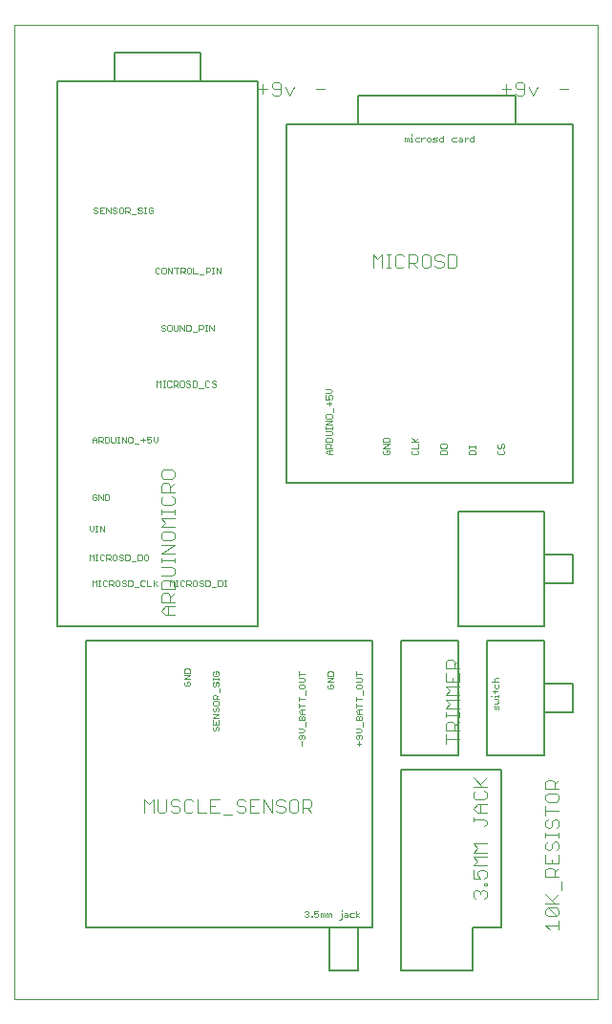
<source format=gto>
G75*
G70*
%OFA0B0*%
%FSLAX24Y24*%
%IPPOS*%
%LPD*%
%AMOC8*
5,1,8,0,0,1.08239X$1,22.5*
%
%ADD10C,0.0000*%
%ADD11C,0.0050*%
%ADD12C,0.0040*%
%ADD13C,0.0020*%
D10*
X000100Y000100D02*
X000100Y034096D01*
X020470Y034096D01*
X020470Y000100D01*
X000100Y000100D01*
D11*
X002600Y002600D02*
X002600Y012600D01*
X012600Y012600D01*
X012600Y002600D01*
X012100Y002600D01*
X012100Y001100D01*
X011100Y001100D01*
X011100Y002600D01*
X002600Y002600D01*
X001575Y013125D02*
X008600Y013125D01*
X008600Y032100D01*
X006600Y032100D01*
X006600Y033100D01*
X003600Y033100D01*
X003600Y032100D01*
X001575Y032100D01*
X001575Y013575D01*
X001575Y013550D02*
X001575Y013125D01*
X009600Y018100D02*
X009600Y030600D01*
X012100Y030600D01*
X012100Y031600D01*
X017600Y031600D01*
X017600Y030600D01*
X019600Y030600D01*
X019600Y018100D01*
X009600Y018100D01*
X013600Y012600D02*
X013600Y008600D01*
X015600Y008600D01*
X015600Y012600D01*
X013600Y012600D01*
X015600Y013100D02*
X015600Y017100D01*
X018600Y017100D01*
X018600Y015600D01*
X019600Y015600D01*
X019600Y014600D01*
X018600Y014600D01*
X018600Y015100D01*
X018600Y015600D01*
X018600Y014600D02*
X018600Y013100D01*
X015600Y013100D01*
X016600Y012600D02*
X018600Y012600D01*
X018600Y011100D01*
X019600Y011100D01*
X019600Y010100D01*
X018600Y010100D01*
X018600Y008600D01*
X016600Y008600D01*
X016600Y012600D01*
X018600Y011100D02*
X018600Y010100D01*
X017100Y008100D02*
X013600Y008100D01*
X013600Y002600D01*
X013600Y001100D01*
X016100Y001100D01*
X016100Y002600D01*
X017100Y002600D01*
X017100Y008100D01*
X012100Y002600D02*
X011100Y002600D01*
X012100Y030600D02*
X017600Y030600D01*
X006600Y032100D02*
X003600Y032100D01*
D12*
X008620Y031850D02*
X008927Y031850D01*
X009080Y031927D02*
X009157Y031850D01*
X009387Y031850D01*
X009387Y031697D02*
X009387Y032004D01*
X009311Y032080D01*
X009157Y032080D01*
X009080Y032004D01*
X009080Y031927D01*
X009080Y031697D02*
X009157Y031620D01*
X009311Y031620D01*
X009387Y031697D01*
X009541Y031927D02*
X009694Y031620D01*
X009848Y031927D01*
X010620Y031850D02*
X010927Y031850D01*
X008773Y032004D02*
X008773Y031697D01*
X012620Y026080D02*
X012620Y025620D01*
X012927Y025620D02*
X012927Y026080D01*
X012773Y025927D01*
X012620Y026080D01*
X013080Y026080D02*
X013234Y026080D01*
X013157Y026080D02*
X013157Y025620D01*
X013080Y025620D02*
X013234Y025620D01*
X013387Y025697D02*
X013464Y025620D01*
X013618Y025620D01*
X013694Y025697D01*
X013848Y025773D02*
X014078Y025773D01*
X014155Y025850D01*
X014155Y026004D01*
X014078Y026080D01*
X013848Y026080D01*
X013848Y025620D01*
X014001Y025773D02*
X014155Y025620D01*
X014308Y025697D02*
X014385Y025620D01*
X014538Y025620D01*
X014615Y025697D01*
X014615Y026004D01*
X014538Y026080D01*
X014385Y026080D01*
X014308Y026004D01*
X014308Y025697D01*
X014768Y025697D02*
X014845Y025620D01*
X014999Y025620D01*
X015075Y025697D01*
X015075Y025773D01*
X014999Y025850D01*
X014845Y025850D01*
X014768Y025927D01*
X014768Y026004D01*
X014845Y026080D01*
X014999Y026080D01*
X015075Y026004D01*
X015229Y026080D02*
X015459Y026080D01*
X015536Y026004D01*
X015536Y025697D01*
X015459Y025620D01*
X015229Y025620D01*
X015229Y026080D01*
X013694Y026004D02*
X013618Y026080D01*
X013464Y026080D01*
X013387Y026004D01*
X013387Y025697D01*
X017273Y031697D02*
X017273Y032004D01*
X017120Y031850D02*
X017427Y031850D01*
X017580Y031927D02*
X017657Y031850D01*
X017887Y031850D01*
X017887Y031697D02*
X017887Y032004D01*
X017811Y032080D01*
X017657Y032080D01*
X017580Y032004D01*
X017580Y031927D01*
X017580Y031697D02*
X017657Y031620D01*
X017811Y031620D01*
X017887Y031697D01*
X018041Y031927D02*
X018194Y031620D01*
X018348Y031927D01*
X019120Y031850D02*
X019427Y031850D01*
X015610Y011946D02*
X015457Y011792D01*
X015457Y011869D02*
X015457Y011639D01*
X015610Y011639D02*
X015150Y011639D01*
X015150Y011869D01*
X015226Y011946D01*
X015380Y011946D01*
X015457Y011869D01*
X015610Y011485D02*
X015610Y011178D01*
X015150Y011178D01*
X015150Y011485D01*
X015380Y011332D02*
X015380Y011178D01*
X015150Y011025D02*
X015610Y011025D01*
X015610Y010718D02*
X015150Y010718D01*
X015303Y010872D01*
X015150Y011025D01*
X015150Y010565D02*
X015610Y010565D01*
X015610Y010258D02*
X015150Y010258D01*
X015303Y010411D01*
X015150Y010565D01*
X015150Y010104D02*
X015150Y009951D01*
X015150Y010028D02*
X015610Y010028D01*
X015610Y010104D02*
X015610Y009951D01*
X015610Y009797D02*
X015457Y009644D01*
X015457Y009721D02*
X015457Y009490D01*
X015610Y009490D02*
X015150Y009490D01*
X015150Y009721D01*
X015226Y009797D01*
X015380Y009797D01*
X015457Y009721D01*
X015150Y009337D02*
X015150Y009030D01*
X015150Y009183D02*
X015610Y009183D01*
X016120Y007840D02*
X016427Y007533D01*
X016350Y007610D02*
X016580Y007840D01*
X016580Y007533D02*
X016120Y007533D01*
X016196Y007380D02*
X016120Y007303D01*
X016120Y007150D01*
X016196Y007073D01*
X016503Y007073D01*
X016580Y007150D01*
X016580Y007303D01*
X016503Y007380D01*
X016580Y006919D02*
X016273Y006919D01*
X016120Y006766D01*
X016273Y006613D01*
X016580Y006613D01*
X016350Y006613D02*
X016350Y006919D01*
X016120Y006459D02*
X016120Y006306D01*
X016120Y006382D02*
X016503Y006382D01*
X016580Y006306D01*
X016580Y006229D01*
X016503Y006152D01*
X016580Y005538D02*
X016120Y005538D01*
X016273Y005385D01*
X016120Y005231D01*
X016580Y005231D01*
X016580Y005078D02*
X016120Y005078D01*
X016273Y004924D01*
X016120Y004771D01*
X016580Y004771D01*
X016503Y004618D02*
X016580Y004541D01*
X016580Y004387D01*
X016503Y004311D01*
X016350Y004311D02*
X016273Y004464D01*
X016273Y004541D01*
X016350Y004618D01*
X016503Y004618D01*
X016350Y004311D02*
X016120Y004311D01*
X016120Y004618D01*
X016503Y004157D02*
X016503Y004080D01*
X016580Y004080D01*
X016580Y004157D01*
X016503Y004157D01*
X016503Y003927D02*
X016427Y003927D01*
X016350Y003850D01*
X016350Y003773D01*
X016350Y003850D02*
X016273Y003927D01*
X016196Y003927D01*
X016120Y003850D01*
X016120Y003697D01*
X016196Y003620D01*
X016503Y003620D02*
X016580Y003697D01*
X016580Y003850D01*
X016503Y003927D01*
X018640Y003768D02*
X018947Y003461D01*
X018870Y003538D02*
X019100Y003768D01*
X019177Y003921D02*
X019177Y004228D01*
X019100Y004382D02*
X018640Y004382D01*
X018640Y004612D01*
X018716Y004688D01*
X018870Y004688D01*
X018947Y004612D01*
X018947Y004382D01*
X018947Y004535D02*
X019100Y004688D01*
X019100Y004842D02*
X019100Y005149D01*
X019023Y005302D02*
X019100Y005379D01*
X019100Y005533D01*
X019023Y005609D01*
X018947Y005609D01*
X018870Y005533D01*
X018870Y005379D01*
X018793Y005302D01*
X018716Y005302D01*
X018640Y005379D01*
X018640Y005533D01*
X018716Y005609D01*
X018640Y005763D02*
X018640Y005916D01*
X018640Y005839D02*
X019100Y005839D01*
X019100Y005763D02*
X019100Y005916D01*
X019023Y006070D02*
X019100Y006146D01*
X019100Y006300D01*
X019023Y006377D01*
X018947Y006377D01*
X018870Y006300D01*
X018870Y006146D01*
X018793Y006070D01*
X018716Y006070D01*
X018640Y006146D01*
X018640Y006300D01*
X018716Y006377D01*
X018640Y006530D02*
X018640Y006837D01*
X018640Y006684D02*
X019100Y006684D01*
X019023Y006990D02*
X019100Y007067D01*
X019100Y007221D01*
X019023Y007297D01*
X018716Y007297D01*
X018640Y007221D01*
X018640Y007067D01*
X018716Y006990D01*
X019023Y006990D01*
X018947Y007451D02*
X018947Y007681D01*
X018870Y007758D01*
X018716Y007758D01*
X018640Y007681D01*
X018640Y007451D01*
X019100Y007451D01*
X018947Y007604D02*
X019100Y007758D01*
X018640Y005149D02*
X018640Y004842D01*
X019100Y004842D01*
X018870Y004842D02*
X018870Y004995D01*
X018640Y003461D02*
X019100Y003461D01*
X019023Y003307D02*
X019100Y003231D01*
X019100Y003077D01*
X019023Y003000D01*
X018716Y003307D01*
X019023Y003307D01*
X019023Y003000D02*
X018716Y003000D01*
X018640Y003077D01*
X018640Y003231D01*
X018716Y003307D01*
X019100Y002847D02*
X019100Y002540D01*
X019100Y002693D02*
X018640Y002693D01*
X018793Y002540D01*
X010467Y006620D02*
X010313Y006773D01*
X010390Y006773D02*
X010160Y006773D01*
X010160Y006620D02*
X010160Y007080D01*
X010390Y007080D01*
X010467Y007004D01*
X010467Y006850D01*
X010390Y006773D01*
X010006Y006697D02*
X010006Y007004D01*
X009929Y007080D01*
X009776Y007080D01*
X009699Y007004D01*
X009699Y006697D01*
X009776Y006620D01*
X009929Y006620D01*
X010006Y006697D01*
X009546Y006697D02*
X009469Y006620D01*
X009316Y006620D01*
X009239Y006697D01*
X009316Y006850D02*
X009239Y006927D01*
X009239Y007004D01*
X009316Y007080D01*
X009469Y007080D01*
X009546Y007004D01*
X009469Y006850D02*
X009546Y006773D01*
X009546Y006697D01*
X009469Y006850D02*
X009316Y006850D01*
X009085Y006620D02*
X009085Y007080D01*
X008778Y007080D02*
X009085Y006620D01*
X008778Y006620D02*
X008778Y007080D01*
X008625Y007080D02*
X008318Y007080D01*
X008318Y006620D01*
X008625Y006620D01*
X008471Y006850D02*
X008318Y006850D01*
X008165Y006773D02*
X008165Y006697D01*
X008088Y006620D01*
X007934Y006620D01*
X007858Y006697D01*
X007934Y006850D02*
X008088Y006850D01*
X008165Y006773D01*
X008165Y007004D02*
X008088Y007080D01*
X007934Y007080D01*
X007858Y007004D01*
X007858Y006927D01*
X007934Y006850D01*
X007704Y006543D02*
X007397Y006543D01*
X007244Y006620D02*
X006937Y006620D01*
X006937Y007080D01*
X007244Y007080D01*
X007090Y006850D02*
X006937Y006850D01*
X006783Y006620D02*
X006476Y006620D01*
X006476Y007080D01*
X006323Y007004D02*
X006246Y007080D01*
X006093Y007080D01*
X006016Y007004D01*
X006016Y006697D01*
X006093Y006620D01*
X006246Y006620D01*
X006323Y006697D01*
X005863Y006697D02*
X005786Y006620D01*
X005632Y006620D01*
X005556Y006697D01*
X005402Y006697D02*
X005402Y007080D01*
X005556Y007004D02*
X005556Y006927D01*
X005632Y006850D01*
X005786Y006850D01*
X005863Y006773D01*
X005863Y006697D01*
X005863Y007004D02*
X005786Y007080D01*
X005632Y007080D01*
X005556Y007004D01*
X005402Y006697D02*
X005325Y006620D01*
X005172Y006620D01*
X005095Y006697D01*
X005095Y007080D01*
X004942Y007080D02*
X004942Y006620D01*
X004788Y006927D02*
X004942Y007080D01*
X004788Y006927D02*
X004635Y007080D01*
X004635Y006620D01*
X005373Y013502D02*
X005220Y013656D01*
X005373Y013809D01*
X005680Y013809D01*
X005680Y013963D02*
X005220Y013963D01*
X005220Y014193D01*
X005296Y014270D01*
X005450Y014270D01*
X005527Y014193D01*
X005527Y013963D01*
X005527Y014116D02*
X005680Y014270D01*
X005680Y014423D02*
X005680Y014653D01*
X005603Y014730D01*
X005296Y014730D01*
X005220Y014653D01*
X005220Y014423D01*
X005680Y014423D01*
X005603Y014883D02*
X005680Y014960D01*
X005680Y015114D01*
X005603Y015190D01*
X005220Y015190D01*
X005220Y015344D02*
X005220Y015497D01*
X005220Y015421D02*
X005680Y015421D01*
X005680Y015497D02*
X005680Y015344D01*
X005680Y015651D02*
X005220Y015651D01*
X005680Y015958D01*
X005220Y015958D01*
X005296Y016111D02*
X005603Y016111D01*
X005680Y016188D01*
X005680Y016341D01*
X005603Y016418D01*
X005296Y016418D01*
X005220Y016341D01*
X005220Y016188D01*
X005296Y016111D01*
X005220Y016571D02*
X005373Y016725D01*
X005220Y016878D01*
X005680Y016878D01*
X005680Y017032D02*
X005680Y017185D01*
X005680Y017109D02*
X005220Y017109D01*
X005220Y017185D02*
X005220Y017032D01*
X005296Y017339D02*
X005603Y017339D01*
X005680Y017416D01*
X005680Y017569D01*
X005603Y017646D01*
X005527Y017799D02*
X005527Y018029D01*
X005450Y018106D01*
X005296Y018106D01*
X005220Y018029D01*
X005220Y017799D01*
X005680Y017799D01*
X005527Y017953D02*
X005680Y018106D01*
X005603Y018260D02*
X005680Y018336D01*
X005680Y018490D01*
X005603Y018567D01*
X005296Y018567D01*
X005220Y018490D01*
X005220Y018336D01*
X005296Y018260D01*
X005603Y018260D01*
X005296Y017646D02*
X005220Y017569D01*
X005220Y017416D01*
X005296Y017339D01*
X005220Y016571D02*
X005680Y016571D01*
X005603Y014883D02*
X005220Y014883D01*
X005450Y013809D02*
X005450Y013502D01*
X005373Y013502D02*
X005680Y013502D01*
D13*
X005657Y014510D02*
X005657Y014730D01*
X005583Y014657D01*
X005510Y014730D01*
X005510Y014510D01*
X005731Y014510D02*
X005804Y014510D01*
X005768Y014510D02*
X005768Y014730D01*
X005804Y014730D02*
X005731Y014730D01*
X005878Y014693D02*
X005878Y014547D01*
X005915Y014510D01*
X005988Y014510D01*
X006025Y014547D01*
X006099Y014583D02*
X006209Y014583D01*
X006246Y014620D01*
X006246Y014693D01*
X006209Y014730D01*
X006099Y014730D01*
X006099Y014510D01*
X006173Y014583D02*
X006246Y014510D01*
X006320Y014547D02*
X006357Y014510D01*
X006430Y014510D01*
X006467Y014547D01*
X006467Y014693D01*
X006430Y014730D01*
X006357Y014730D01*
X006320Y014693D01*
X006320Y014547D01*
X006541Y014547D02*
X006578Y014510D01*
X006651Y014510D01*
X006688Y014547D01*
X006688Y014583D01*
X006651Y014620D01*
X006578Y014620D01*
X006541Y014657D01*
X006541Y014693D01*
X006578Y014730D01*
X006651Y014730D01*
X006688Y014693D01*
X006762Y014730D02*
X006762Y014510D01*
X006872Y014510D01*
X006909Y014547D01*
X006909Y014693D01*
X006872Y014730D01*
X006762Y014730D01*
X006983Y014473D02*
X007130Y014473D01*
X007204Y014510D02*
X007204Y014730D01*
X007314Y014730D01*
X007351Y014693D01*
X007351Y014547D01*
X007314Y014510D01*
X007204Y014510D01*
X007425Y014510D02*
X007499Y014510D01*
X007462Y014510D02*
X007462Y014730D01*
X007425Y014730D02*
X007499Y014730D01*
X006025Y014693D02*
X005988Y014730D01*
X005915Y014730D01*
X005878Y014693D01*
X005093Y014730D02*
X004946Y014583D01*
X004983Y014620D02*
X005093Y014510D01*
X004946Y014510D02*
X004946Y014730D01*
X004872Y014510D02*
X004725Y014510D01*
X004725Y014730D01*
X004651Y014693D02*
X004614Y014730D01*
X004541Y014730D01*
X004504Y014693D01*
X004504Y014547D01*
X004541Y014510D01*
X004614Y014510D01*
X004651Y014547D01*
X004430Y014473D02*
X004283Y014473D01*
X004209Y014547D02*
X004209Y014693D01*
X004172Y014730D01*
X004062Y014730D01*
X004062Y014510D01*
X004172Y014510D01*
X004209Y014547D01*
X003988Y014547D02*
X003951Y014510D01*
X003878Y014510D01*
X003841Y014547D01*
X003767Y014547D02*
X003767Y014693D01*
X003730Y014730D01*
X003657Y014730D01*
X003620Y014693D01*
X003620Y014547D01*
X003657Y014510D01*
X003730Y014510D01*
X003767Y014547D01*
X003841Y014657D02*
X003878Y014620D01*
X003951Y014620D01*
X003988Y014583D01*
X003988Y014547D01*
X003988Y014693D02*
X003951Y014730D01*
X003878Y014730D01*
X003841Y014693D01*
X003841Y014657D01*
X003546Y014693D02*
X003509Y014730D01*
X003399Y014730D01*
X003399Y014510D01*
X003399Y014583D02*
X003509Y014583D01*
X003546Y014620D01*
X003546Y014693D01*
X003473Y014583D02*
X003546Y014510D01*
X003325Y014547D02*
X003288Y014510D01*
X003215Y014510D01*
X003178Y014547D01*
X003178Y014693D01*
X003215Y014730D01*
X003288Y014730D01*
X003325Y014693D01*
X003104Y014730D02*
X003031Y014730D01*
X003068Y014730D02*
X003068Y014510D01*
X003104Y014510D02*
X003031Y014510D01*
X002957Y014510D02*
X002957Y014730D01*
X002883Y014657D01*
X002810Y014730D01*
X002810Y014510D01*
X002857Y015410D02*
X002857Y015630D01*
X002783Y015557D01*
X002710Y015630D01*
X002710Y015410D01*
X002931Y015410D02*
X003004Y015410D01*
X002968Y015410D02*
X002968Y015630D01*
X003004Y015630D02*
X002931Y015630D01*
X003078Y015593D02*
X003078Y015447D01*
X003115Y015410D01*
X003188Y015410D01*
X003225Y015447D01*
X003299Y015483D02*
X003409Y015483D01*
X003446Y015520D01*
X003446Y015593D01*
X003409Y015630D01*
X003299Y015630D01*
X003299Y015410D01*
X003373Y015483D02*
X003446Y015410D01*
X003520Y015447D02*
X003557Y015410D01*
X003630Y015410D01*
X003667Y015447D01*
X003667Y015593D01*
X003630Y015630D01*
X003557Y015630D01*
X003520Y015593D01*
X003520Y015447D01*
X003741Y015447D02*
X003778Y015410D01*
X003851Y015410D01*
X003888Y015447D01*
X003888Y015483D01*
X003851Y015520D01*
X003778Y015520D01*
X003741Y015557D01*
X003741Y015593D01*
X003778Y015630D01*
X003851Y015630D01*
X003888Y015593D01*
X003962Y015630D02*
X004072Y015630D01*
X004109Y015593D01*
X004109Y015447D01*
X004072Y015410D01*
X003962Y015410D01*
X003962Y015630D01*
X004183Y015373D02*
X004330Y015373D01*
X004404Y015410D02*
X004514Y015410D01*
X004551Y015447D01*
X004551Y015593D01*
X004514Y015630D01*
X004404Y015630D01*
X004404Y015410D01*
X004625Y015447D02*
X004662Y015410D01*
X004735Y015410D01*
X004772Y015447D01*
X004772Y015593D01*
X004735Y015630D01*
X004662Y015630D01*
X004625Y015593D01*
X004625Y015447D01*
X003362Y017510D02*
X003399Y017547D01*
X003399Y017693D01*
X003362Y017730D01*
X003252Y017730D01*
X003252Y017510D01*
X003362Y017510D01*
X003178Y017510D02*
X003178Y017730D01*
X003031Y017730D02*
X003178Y017510D01*
X003031Y017510D02*
X003031Y017730D01*
X002957Y017693D02*
X002920Y017730D01*
X002847Y017730D01*
X002810Y017693D01*
X002810Y017547D01*
X002847Y017510D01*
X002920Y017510D01*
X002957Y017547D01*
X002957Y017620D01*
X002883Y017620D01*
X002857Y016630D02*
X002857Y016483D01*
X002783Y016410D01*
X002710Y016483D01*
X002710Y016630D01*
X002931Y016630D02*
X003004Y016630D01*
X002968Y016630D02*
X002968Y016410D01*
X003004Y016410D02*
X002931Y016410D01*
X003078Y016410D02*
X003078Y016630D01*
X003225Y016410D01*
X003225Y016630D01*
X003188Y015630D02*
X003115Y015630D01*
X003078Y015593D01*
X003188Y015630D02*
X003225Y015593D01*
X004283Y019473D02*
X004430Y019473D01*
X004504Y019620D02*
X004651Y019620D01*
X004725Y019620D02*
X004799Y019657D01*
X004835Y019657D01*
X004872Y019620D01*
X004872Y019547D01*
X004835Y019510D01*
X004762Y019510D01*
X004725Y019547D01*
X004725Y019620D02*
X004725Y019730D01*
X004872Y019730D01*
X004946Y019730D02*
X004946Y019583D01*
X005020Y019510D01*
X005093Y019583D01*
X005093Y019730D01*
X004578Y019693D02*
X004578Y019547D01*
X004209Y019547D02*
X004209Y019693D01*
X004172Y019730D01*
X004099Y019730D01*
X004062Y019693D01*
X004062Y019547D01*
X004099Y019510D01*
X004172Y019510D01*
X004209Y019547D01*
X003988Y019510D02*
X003988Y019730D01*
X003841Y019730D02*
X003988Y019510D01*
X003841Y019510D02*
X003841Y019730D01*
X003767Y019730D02*
X003694Y019730D01*
X003731Y019730D02*
X003731Y019510D01*
X003767Y019510D02*
X003694Y019510D01*
X003620Y019547D02*
X003620Y019730D01*
X003473Y019730D02*
X003473Y019547D01*
X003510Y019510D01*
X003583Y019510D01*
X003620Y019547D01*
X003399Y019547D02*
X003399Y019693D01*
X003362Y019730D01*
X003252Y019730D01*
X003252Y019510D01*
X003362Y019510D01*
X003399Y019547D01*
X003178Y019510D02*
X003104Y019583D01*
X003141Y019583D02*
X003031Y019583D01*
X003031Y019510D02*
X003031Y019730D01*
X003141Y019730D01*
X003178Y019693D01*
X003178Y019620D01*
X003141Y019583D01*
X002957Y019620D02*
X002810Y019620D01*
X002810Y019657D02*
X002883Y019730D01*
X002957Y019657D01*
X002957Y019510D01*
X002810Y019510D02*
X002810Y019657D01*
X005060Y021460D02*
X005060Y021680D01*
X005133Y021607D01*
X005207Y021680D01*
X005207Y021460D01*
X005281Y021460D02*
X005354Y021460D01*
X005318Y021460D02*
X005318Y021680D01*
X005354Y021680D02*
X005281Y021680D01*
X005428Y021643D02*
X005428Y021497D01*
X005465Y021460D01*
X005538Y021460D01*
X005575Y021497D01*
X005649Y021533D02*
X005759Y021533D01*
X005796Y021570D01*
X005796Y021643D01*
X005759Y021680D01*
X005649Y021680D01*
X005649Y021460D01*
X005723Y021533D02*
X005796Y021460D01*
X005870Y021497D02*
X005907Y021460D01*
X005980Y021460D01*
X006017Y021497D01*
X006017Y021643D01*
X005980Y021680D01*
X005907Y021680D01*
X005870Y021643D01*
X005870Y021497D01*
X006091Y021497D02*
X006128Y021460D01*
X006201Y021460D01*
X006238Y021497D01*
X006238Y021533D01*
X006201Y021570D01*
X006128Y021570D01*
X006091Y021607D01*
X006091Y021643D01*
X006128Y021680D01*
X006201Y021680D01*
X006238Y021643D01*
X006312Y021680D02*
X006422Y021680D01*
X006459Y021643D01*
X006459Y021497D01*
X006422Y021460D01*
X006312Y021460D01*
X006312Y021680D01*
X006533Y021423D02*
X006680Y021423D01*
X006754Y021497D02*
X006791Y021460D01*
X006864Y021460D01*
X006901Y021497D01*
X006975Y021497D02*
X007012Y021460D01*
X007085Y021460D01*
X007122Y021497D01*
X007122Y021533D01*
X007085Y021570D01*
X007012Y021570D01*
X006975Y021607D01*
X006975Y021643D01*
X007012Y021680D01*
X007085Y021680D01*
X007122Y021643D01*
X006901Y021643D02*
X006864Y021680D01*
X006791Y021680D01*
X006754Y021643D01*
X006754Y021497D01*
X005575Y021643D02*
X005538Y021680D01*
X005465Y021680D01*
X005428Y021643D01*
X005468Y023410D02*
X005541Y023410D01*
X005578Y023447D01*
X005578Y023593D01*
X005541Y023630D01*
X005468Y023630D01*
X005431Y023593D01*
X005431Y023447D01*
X005468Y023410D01*
X005357Y023447D02*
X005320Y023410D01*
X005247Y023410D01*
X005210Y023447D01*
X005247Y023520D02*
X005320Y023520D01*
X005357Y023483D01*
X005357Y023447D01*
X005247Y023520D02*
X005210Y023557D01*
X005210Y023593D01*
X005247Y023630D01*
X005320Y023630D01*
X005357Y023593D01*
X005652Y023630D02*
X005652Y023447D01*
X005689Y023410D01*
X005762Y023410D01*
X005799Y023447D01*
X005799Y023630D01*
X005873Y023630D02*
X006020Y023410D01*
X006020Y023630D01*
X006094Y023630D02*
X006204Y023630D01*
X006241Y023593D01*
X006241Y023447D01*
X006204Y023410D01*
X006094Y023410D01*
X006094Y023630D01*
X005873Y023630D02*
X005873Y023410D01*
X006315Y023373D02*
X006462Y023373D01*
X006536Y023410D02*
X006536Y023630D01*
X006646Y023630D01*
X006683Y023593D01*
X006683Y023520D01*
X006646Y023483D01*
X006536Y023483D01*
X006757Y023410D02*
X006830Y023410D01*
X006794Y023410D02*
X006794Y023630D01*
X006830Y023630D02*
X006757Y023630D01*
X006904Y023630D02*
X006904Y023410D01*
X007051Y023410D02*
X006904Y023630D01*
X007051Y023630D02*
X007051Y023410D01*
X006704Y025373D02*
X006557Y025373D01*
X006483Y025410D02*
X006336Y025410D01*
X006336Y025630D01*
X006262Y025593D02*
X006225Y025630D01*
X006152Y025630D01*
X006115Y025593D01*
X006115Y025447D01*
X006152Y025410D01*
X006225Y025410D01*
X006262Y025447D01*
X006262Y025593D01*
X006041Y025593D02*
X006041Y025520D01*
X006004Y025483D01*
X005894Y025483D01*
X005894Y025410D02*
X005894Y025630D01*
X006004Y025630D01*
X006041Y025593D01*
X005967Y025483D02*
X006041Y025410D01*
X005820Y025630D02*
X005673Y025630D01*
X005746Y025630D02*
X005746Y025410D01*
X005599Y025410D02*
X005599Y025630D01*
X005452Y025630D02*
X005599Y025410D01*
X005452Y025410D02*
X005452Y025630D01*
X005378Y025593D02*
X005341Y025630D01*
X005268Y025630D01*
X005231Y025593D01*
X005231Y025447D01*
X005268Y025410D01*
X005341Y025410D01*
X005378Y025447D01*
X005378Y025593D01*
X005157Y025593D02*
X005120Y025630D01*
X005047Y025630D01*
X005010Y025593D01*
X005010Y025447D01*
X005047Y025410D01*
X005120Y025410D01*
X005157Y025447D01*
X004885Y027510D02*
X004922Y027547D01*
X004922Y027620D01*
X004849Y027620D01*
X004922Y027693D02*
X004885Y027730D01*
X004812Y027730D01*
X004775Y027693D01*
X004775Y027547D01*
X004812Y027510D01*
X004885Y027510D01*
X004701Y027510D02*
X004628Y027510D01*
X004665Y027510D02*
X004665Y027730D01*
X004701Y027730D02*
X004628Y027730D01*
X004554Y027693D02*
X004517Y027730D01*
X004444Y027730D01*
X004407Y027693D01*
X004407Y027657D01*
X004444Y027620D01*
X004517Y027620D01*
X004554Y027583D01*
X004554Y027547D01*
X004517Y027510D01*
X004444Y027510D01*
X004407Y027547D01*
X004333Y027473D02*
X004186Y027473D01*
X004112Y027510D02*
X004038Y027583D01*
X004075Y027583D02*
X003965Y027583D01*
X003965Y027510D02*
X003965Y027730D01*
X004075Y027730D01*
X004112Y027693D01*
X004112Y027620D01*
X004075Y027583D01*
X003891Y027547D02*
X003891Y027693D01*
X003854Y027730D01*
X003781Y027730D01*
X003744Y027693D01*
X003744Y027547D01*
X003781Y027510D01*
X003854Y027510D01*
X003891Y027547D01*
X003670Y027547D02*
X003633Y027510D01*
X003560Y027510D01*
X003523Y027547D01*
X003560Y027620D02*
X003633Y027620D01*
X003670Y027583D01*
X003670Y027547D01*
X003560Y027620D02*
X003523Y027657D01*
X003523Y027693D01*
X003560Y027730D01*
X003633Y027730D01*
X003670Y027693D01*
X003449Y027730D02*
X003449Y027510D01*
X003302Y027730D01*
X003302Y027510D01*
X003228Y027510D02*
X003081Y027510D01*
X003081Y027730D01*
X003228Y027730D01*
X003154Y027620D02*
X003081Y027620D01*
X003007Y027583D02*
X003007Y027547D01*
X002970Y027510D01*
X002897Y027510D01*
X002860Y027547D01*
X002897Y027620D02*
X002860Y027657D01*
X002860Y027693D01*
X002897Y027730D01*
X002970Y027730D01*
X003007Y027693D01*
X002970Y027620D02*
X003007Y027583D01*
X002970Y027620D02*
X002897Y027620D01*
X006778Y025630D02*
X006888Y025630D01*
X006925Y025593D01*
X006925Y025520D01*
X006888Y025483D01*
X006778Y025483D01*
X006778Y025410D02*
X006778Y025630D01*
X006999Y025630D02*
X007072Y025630D01*
X007036Y025630D02*
X007036Y025410D01*
X007072Y025410D02*
X006999Y025410D01*
X007146Y025410D02*
X007146Y025630D01*
X007293Y025410D01*
X007293Y025630D01*
X010970Y021393D02*
X011117Y021393D01*
X011190Y021320D01*
X011117Y021246D01*
X010970Y021246D01*
X010970Y021172D02*
X010970Y021025D01*
X011080Y021025D01*
X011043Y021099D01*
X011043Y021135D01*
X011080Y021172D01*
X011153Y021172D01*
X011190Y021135D01*
X011190Y021062D01*
X011153Y021025D01*
X011080Y020951D02*
X011080Y020804D01*
X011007Y020878D02*
X011153Y020878D01*
X011227Y020730D02*
X011227Y020583D01*
X011153Y020509D02*
X011007Y020509D01*
X010970Y020472D01*
X010970Y020399D01*
X011007Y020362D01*
X011153Y020362D01*
X011190Y020399D01*
X011190Y020472D01*
X011153Y020509D01*
X011190Y020288D02*
X010970Y020288D01*
X010970Y020141D02*
X011190Y020288D01*
X011190Y020141D02*
X010970Y020141D01*
X010970Y020067D02*
X010970Y019994D01*
X010970Y020031D02*
X011190Y020031D01*
X011190Y020067D02*
X011190Y019994D01*
X011153Y019920D02*
X010970Y019920D01*
X010970Y019773D02*
X011153Y019773D01*
X011190Y019810D01*
X011190Y019883D01*
X011153Y019920D01*
X011153Y019699D02*
X011007Y019699D01*
X010970Y019662D01*
X010970Y019552D01*
X011190Y019552D01*
X011190Y019662D01*
X011153Y019699D01*
X011190Y019478D02*
X011117Y019404D01*
X011117Y019441D02*
X011117Y019331D01*
X011190Y019331D02*
X010970Y019331D01*
X010970Y019441D01*
X011007Y019478D01*
X011080Y019478D01*
X011117Y019441D01*
X011080Y019257D02*
X011080Y019110D01*
X011043Y019110D02*
X010970Y019183D01*
X011043Y019257D01*
X011190Y019257D01*
X011190Y019110D02*
X011043Y019110D01*
X012970Y019147D02*
X013007Y019110D01*
X013153Y019110D01*
X013190Y019147D01*
X013190Y019220D01*
X013153Y019257D01*
X013080Y019257D01*
X013080Y019183D01*
X013007Y019257D02*
X012970Y019220D01*
X012970Y019147D01*
X012970Y019331D02*
X013190Y019478D01*
X012970Y019478D01*
X012970Y019552D02*
X012970Y019662D01*
X013007Y019699D01*
X013153Y019699D01*
X013190Y019662D01*
X013190Y019552D01*
X012970Y019552D01*
X012970Y019331D02*
X013190Y019331D01*
X013970Y019331D02*
X014190Y019331D01*
X014190Y019478D01*
X014190Y019552D02*
X013970Y019552D01*
X014080Y019589D02*
X014190Y019699D01*
X014117Y019552D02*
X013970Y019699D01*
X014007Y019257D02*
X013970Y019220D01*
X013970Y019147D01*
X014007Y019110D01*
X014153Y019110D01*
X014190Y019147D01*
X014190Y019220D01*
X014153Y019257D01*
X014970Y019220D02*
X014970Y019110D01*
X015190Y019110D01*
X015190Y019220D01*
X015153Y019257D01*
X015007Y019257D01*
X014970Y019220D01*
X015007Y019331D02*
X015153Y019331D01*
X015190Y019368D01*
X015190Y019441D01*
X015153Y019478D01*
X015007Y019478D01*
X014970Y019441D01*
X014970Y019368D01*
X015007Y019331D01*
X015970Y019331D02*
X015970Y019404D01*
X015970Y019368D02*
X016190Y019368D01*
X016190Y019404D02*
X016190Y019331D01*
X016153Y019257D02*
X016007Y019257D01*
X015970Y019220D01*
X015970Y019110D01*
X016190Y019110D01*
X016190Y019220D01*
X016153Y019257D01*
X016970Y019220D02*
X016970Y019147D01*
X017007Y019110D01*
X017153Y019110D01*
X017190Y019147D01*
X017190Y019220D01*
X017153Y019257D01*
X017153Y019331D02*
X017190Y019368D01*
X017190Y019441D01*
X017153Y019478D01*
X017117Y019478D01*
X017080Y019441D01*
X017080Y019368D01*
X017043Y019331D01*
X017007Y019331D01*
X016970Y019368D01*
X016970Y019441D01*
X017007Y019478D01*
X017007Y019257D02*
X016970Y019220D01*
X016880Y011314D02*
X016990Y011314D01*
X016880Y011314D02*
X016843Y011278D01*
X016843Y011204D01*
X016880Y011168D01*
X016843Y011093D02*
X016843Y010983D01*
X016880Y010947D01*
X016953Y010947D01*
X016990Y010983D01*
X016990Y011093D01*
X016990Y011168D02*
X016770Y011168D01*
X016843Y010873D02*
X016843Y010799D01*
X016807Y010836D02*
X016953Y010836D01*
X016990Y010873D01*
X016990Y010725D02*
X016990Y010652D01*
X016990Y010689D02*
X016843Y010689D01*
X016843Y010652D01*
X016843Y010578D02*
X016953Y010578D01*
X016990Y010541D01*
X016953Y010504D01*
X016990Y010468D01*
X016953Y010431D01*
X016843Y010431D01*
X016843Y010357D02*
X016843Y010247D01*
X016880Y010210D01*
X016917Y010247D01*
X016917Y010320D01*
X016953Y010357D01*
X016990Y010320D01*
X016990Y010210D01*
X016770Y010689D02*
X016733Y010689D01*
X012267Y010726D02*
X012267Y010873D01*
X012193Y010947D02*
X012047Y010947D01*
X012010Y010984D01*
X012010Y011057D01*
X012047Y011094D01*
X012193Y011094D01*
X012230Y011057D01*
X012230Y010984D01*
X012193Y010947D01*
X012193Y011168D02*
X012230Y011205D01*
X012230Y011278D01*
X012193Y011315D01*
X012010Y011315D01*
X012010Y011389D02*
X012010Y011536D01*
X012010Y011462D02*
X012230Y011462D01*
X012193Y011168D02*
X012010Y011168D01*
X012010Y010652D02*
X012010Y010505D01*
X012010Y010578D02*
X012230Y010578D01*
X012230Y010357D02*
X012010Y010357D01*
X012010Y010284D02*
X012010Y010431D01*
X012083Y010210D02*
X012230Y010210D01*
X012120Y010210D02*
X012120Y010063D01*
X012083Y010063D02*
X012010Y010136D01*
X012083Y010210D01*
X012083Y010063D02*
X012230Y010063D01*
X012193Y009989D02*
X012230Y009952D01*
X012230Y009842D01*
X012010Y009842D01*
X012010Y009952D01*
X012047Y009989D01*
X012083Y009989D01*
X012120Y009952D01*
X012120Y009842D01*
X012120Y009952D02*
X012157Y009989D01*
X012193Y009989D01*
X012267Y009768D02*
X012267Y009621D01*
X012157Y009547D02*
X012010Y009547D01*
X012157Y009547D02*
X012230Y009474D01*
X012157Y009400D01*
X012010Y009400D01*
X012047Y009326D02*
X012010Y009289D01*
X012010Y009216D01*
X012047Y009179D01*
X012083Y009179D01*
X012120Y009216D01*
X012120Y009326D01*
X012193Y009326D02*
X012047Y009326D01*
X012193Y009326D02*
X012230Y009289D01*
X012230Y009216D01*
X012193Y009179D01*
X012120Y009105D02*
X012120Y008958D01*
X012047Y009032D02*
X012193Y009032D01*
X011193Y010947D02*
X011047Y010947D01*
X011010Y010984D01*
X011010Y011057D01*
X011047Y011094D01*
X011120Y011094D02*
X011120Y011020D01*
X011120Y011094D02*
X011193Y011094D01*
X011230Y011057D01*
X011230Y010984D01*
X011193Y010947D01*
X011230Y011168D02*
X011010Y011168D01*
X011230Y011315D01*
X011010Y011315D01*
X011010Y011389D02*
X011010Y011499D01*
X011047Y011536D01*
X011193Y011536D01*
X011230Y011499D01*
X011230Y011389D01*
X011010Y011389D01*
X010230Y011462D02*
X010010Y011462D01*
X010010Y011389D02*
X010010Y011536D01*
X010010Y011315D02*
X010193Y011315D01*
X010230Y011278D01*
X010230Y011205D01*
X010193Y011168D01*
X010010Y011168D01*
X010047Y011094D02*
X010010Y011057D01*
X010010Y010984D01*
X010047Y010947D01*
X010193Y010947D01*
X010230Y010984D01*
X010230Y011057D01*
X010193Y011094D01*
X010047Y011094D01*
X010267Y010873D02*
X010267Y010726D01*
X010230Y010578D02*
X010010Y010578D01*
X010010Y010505D02*
X010010Y010652D01*
X010010Y010431D02*
X010010Y010284D01*
X010010Y010357D02*
X010230Y010357D01*
X010230Y010210D02*
X010083Y010210D01*
X010010Y010136D01*
X010083Y010063D01*
X010230Y010063D01*
X010193Y009989D02*
X010230Y009952D01*
X010230Y009842D01*
X010010Y009842D01*
X010010Y009952D01*
X010047Y009989D01*
X010083Y009989D01*
X010120Y009952D01*
X010120Y009842D01*
X010120Y009952D02*
X010157Y009989D01*
X010193Y009989D01*
X010120Y010063D02*
X010120Y010210D01*
X010267Y009768D02*
X010267Y009621D01*
X010157Y009547D02*
X010010Y009547D01*
X010157Y009547D02*
X010230Y009474D01*
X010157Y009400D01*
X010010Y009400D01*
X010047Y009326D02*
X010010Y009289D01*
X010010Y009216D01*
X010047Y009179D01*
X010083Y009179D01*
X010120Y009216D01*
X010120Y009326D01*
X010193Y009326D02*
X010047Y009326D01*
X010193Y009326D02*
X010230Y009289D01*
X010230Y009216D01*
X010193Y009179D01*
X010120Y009105D02*
X010120Y008958D01*
X007230Y009510D02*
X007193Y009474D01*
X007230Y009510D02*
X007230Y009584D01*
X007193Y009621D01*
X007157Y009621D01*
X007120Y009584D01*
X007120Y009510D01*
X007083Y009474D01*
X007047Y009474D01*
X007010Y009510D01*
X007010Y009584D01*
X007047Y009621D01*
X007010Y009695D02*
X007230Y009695D01*
X007230Y009842D01*
X007230Y009916D02*
X007010Y009916D01*
X007230Y010063D01*
X007010Y010063D01*
X007047Y010137D02*
X007083Y010137D01*
X007120Y010173D01*
X007120Y010247D01*
X007157Y010284D01*
X007193Y010284D01*
X007230Y010247D01*
X007230Y010173D01*
X007193Y010137D01*
X007047Y010137D02*
X007010Y010173D01*
X007010Y010247D01*
X007047Y010284D01*
X007047Y010358D02*
X007193Y010358D01*
X007230Y010394D01*
X007230Y010468D01*
X007193Y010505D01*
X007047Y010505D01*
X007010Y010468D01*
X007010Y010394D01*
X007047Y010358D01*
X007010Y010579D02*
X007010Y010689D01*
X007047Y010726D01*
X007120Y010726D01*
X007157Y010689D01*
X007157Y010579D01*
X007230Y010579D02*
X007010Y010579D01*
X007157Y010652D02*
X007230Y010726D01*
X007267Y010800D02*
X007267Y010946D01*
X007193Y011021D02*
X007230Y011057D01*
X007230Y011131D01*
X007193Y011167D01*
X007157Y011167D01*
X007120Y011131D01*
X007120Y011057D01*
X007083Y011021D01*
X007047Y011021D01*
X007010Y011057D01*
X007010Y011131D01*
X007047Y011167D01*
X007010Y011242D02*
X007010Y011315D01*
X007010Y011278D02*
X007230Y011278D01*
X007230Y011242D02*
X007230Y011315D01*
X007193Y011389D02*
X007230Y011426D01*
X007230Y011499D01*
X007193Y011536D01*
X007120Y011536D01*
X007120Y011462D01*
X007047Y011389D02*
X007193Y011389D01*
X007047Y011389D02*
X007010Y011426D01*
X007010Y011499D01*
X007047Y011536D01*
X006230Y011489D02*
X006230Y011599D01*
X006193Y011636D01*
X006047Y011636D01*
X006010Y011599D01*
X006010Y011489D01*
X006230Y011489D01*
X006230Y011415D02*
X006010Y011415D01*
X006010Y011268D02*
X006230Y011415D01*
X006230Y011268D02*
X006010Y011268D01*
X006047Y011194D02*
X006010Y011157D01*
X006010Y011084D01*
X006047Y011047D01*
X006193Y011047D01*
X006230Y011084D01*
X006230Y011157D01*
X006193Y011194D01*
X006120Y011194D01*
X006120Y011120D01*
X007010Y009842D02*
X007010Y009695D01*
X007120Y009695D02*
X007120Y009768D01*
X010258Y003190D02*
X010331Y003190D01*
X010368Y003153D01*
X010368Y003117D01*
X010331Y003080D01*
X010368Y003043D01*
X010368Y003007D01*
X010331Y002970D01*
X010258Y002970D01*
X010221Y003007D01*
X010294Y003080D02*
X010331Y003080D01*
X010221Y003153D02*
X010258Y003190D01*
X010442Y003007D02*
X010479Y003007D01*
X010479Y002970D01*
X010442Y002970D01*
X010442Y003007D01*
X010553Y003007D02*
X010589Y002970D01*
X010663Y002970D01*
X010699Y003007D01*
X010699Y003080D01*
X010663Y003117D01*
X010626Y003117D01*
X010553Y003080D01*
X010553Y003190D01*
X010699Y003190D01*
X010774Y003117D02*
X010810Y003117D01*
X010847Y003080D01*
X010884Y003117D01*
X010920Y003080D01*
X010920Y002970D01*
X010847Y002970D02*
X010847Y003080D01*
X010774Y003117D02*
X010774Y002970D01*
X010995Y002970D02*
X010995Y003117D01*
X011031Y003117D01*
X011068Y003080D01*
X011105Y003117D01*
X011141Y003080D01*
X011141Y002970D01*
X011068Y002970D02*
X011068Y003080D01*
X011437Y002897D02*
X011473Y002897D01*
X011510Y002933D01*
X011510Y003117D01*
X011510Y003190D02*
X011510Y003227D01*
X011621Y003117D02*
X011694Y003117D01*
X011731Y003080D01*
X011731Y002970D01*
X011621Y002970D01*
X011584Y003007D01*
X011621Y003043D01*
X011731Y003043D01*
X011805Y003007D02*
X011842Y002970D01*
X011952Y002970D01*
X012026Y002970D02*
X012026Y003190D01*
X011952Y003117D02*
X011842Y003117D01*
X011805Y003080D01*
X011805Y003007D01*
X012026Y003043D02*
X012136Y003117D01*
X012026Y003043D02*
X012136Y002970D01*
X013710Y030010D02*
X013710Y030157D01*
X013747Y030157D01*
X013783Y030120D01*
X013820Y030157D01*
X013857Y030120D01*
X013857Y030010D01*
X013783Y030010D02*
X013783Y030120D01*
X013931Y030157D02*
X013968Y030157D01*
X013968Y030010D01*
X014004Y030010D02*
X013931Y030010D01*
X014078Y030047D02*
X014078Y030120D01*
X014115Y030157D01*
X014225Y030157D01*
X014299Y030157D02*
X014299Y030010D01*
X014299Y030083D02*
X014373Y030157D01*
X014409Y030157D01*
X014483Y030120D02*
X014483Y030047D01*
X014520Y030010D01*
X014594Y030010D01*
X014630Y030047D01*
X014630Y030120D01*
X014594Y030157D01*
X014520Y030157D01*
X014483Y030120D01*
X014704Y030120D02*
X014741Y030083D01*
X014815Y030083D01*
X014851Y030047D01*
X014815Y030010D01*
X014704Y030010D01*
X014704Y030120D02*
X014741Y030157D01*
X014851Y030157D01*
X014925Y030120D02*
X014962Y030157D01*
X015072Y030157D01*
X015072Y030230D02*
X015072Y030010D01*
X014962Y030010D01*
X014925Y030047D01*
X014925Y030120D01*
X015367Y030120D02*
X015367Y030047D01*
X015404Y030010D01*
X015514Y030010D01*
X015588Y030047D02*
X015625Y030083D01*
X015735Y030083D01*
X015735Y030120D02*
X015735Y030010D01*
X015625Y030010D01*
X015588Y030047D01*
X015625Y030157D02*
X015698Y030157D01*
X015735Y030120D01*
X015809Y030083D02*
X015883Y030157D01*
X015919Y030157D01*
X015994Y030120D02*
X016030Y030157D01*
X016140Y030157D01*
X016140Y030230D02*
X016140Y030010D01*
X016030Y030010D01*
X015994Y030047D01*
X015994Y030120D01*
X015809Y030157D02*
X015809Y030010D01*
X015514Y030157D02*
X015404Y030157D01*
X015367Y030120D01*
X014225Y030010D02*
X014115Y030010D01*
X014078Y030047D01*
X013968Y030230D02*
X013968Y030267D01*
M02*

</source>
